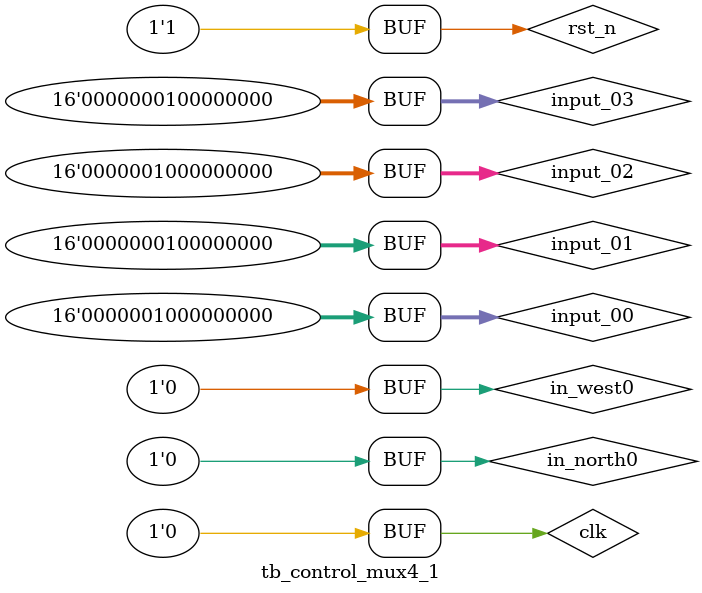
<source format=v>
`timescale 1ns / 1ps
`include "control_mux4_1.v"
`include "mux4_1.v"

/*
We're gonna test this matrix
[ 2 1 2 1 
  0 1 0 1           
  1 2 0 1				
  1 1 1 0 ]				  
*/

module tb_control_mux4_1;
parameter WIDTH = 16;

// Input for mux & controller module
reg clk, rst_n;
reg [WIDTH-1:0] input_00, input_01, input_02, input_03;
reg [WIDTH-1:0] input_10, input_11, input_12, input_13;
reg [WIDTH-1:0] input_20, input_21, input_22, input_23;
reg [WIDTH-1:0] input_30, input_31, input_32, input_33;

reg [3:0] select;

// Output for mux & controller module
wire [WIDTH-1:0] out0, out1, out2, out3;
wire [3:0] mux_reset;

// Mux inst
mux4_1 #(.WIDTH(WIDTH)) mux_inst0 (.clk(clk), .rst_n(rst_n), .input_0(input_00), .input_1(input_01), .input_2(input_02), .input_3(input_03), .out(out0));
mux4_1 #(.WIDTH(WIDTH)) mux_inst1 (.clk(clk), .rst_n(rst_n), .input_0(input_10), .input_1(input_11), .input_2(input_12), .input_3(input_13), .out(out1));
mux4_1 #(.WIDTH(WIDTH)) mux_inst2 (.clk(clk), .rst_n(rst_n), .input_0(input_20), .input_1(input_21), .input_2(input_22), .input_3(input_23), .out(out2));
mux4_1 #(.WIDTH(WIDTH)) mux_inst3 (.clk(clk), .rst_n(rst_n), .input_0(input_30), .input_1(input_31), .input_2(input_32), .input_3(input_33), .out(out3));

initial begin
    rst_n <= 0;
    clk <= 0;
    #10;
    rst_n <=1;
    #50;
end


// Clock generation
initial begin
	repeat(50)
		#5 clk <= ~clk;
end

// Behavior
initial begin
	#10 input_00 = 16'h0200;
		input_01 = 16'h0100;
		input_02 = 16'h0200;
		input_03 = 16'h0100;
end

initial begin
    #10 in_north0 = 16'h0300;  
        in_west0 = 16'h0100;
    #10 in_north0 = 16'h0100;  
        in_west0 = 16'h0200;
    #10 in_north0 = 16'h0300;  
        in_west0 = 16'h0100;
    #10 in_north0 = 16'h0000;  
        in_west0 = 16'h0200;
	//
	#10 in_north0 = 16'h0000;  
        in_west0 = 16'h0000;
	#10 in_north0 = 16'h0000;  
        in_west0 = 16'h0000;
	#10 in_north0 = 16'h0000;  
        in_west0 = 16'h0000;
end


// Dumping to see the waveform file
initial begin
    // Set up VCD dump file
    $dumpfile("tb_control_mux4_1.vcd");  // VCD output file
    $dumpvars(0, tb_control_mux4_1);      // Dump all variables in the testbench
end


endmodule
</source>
